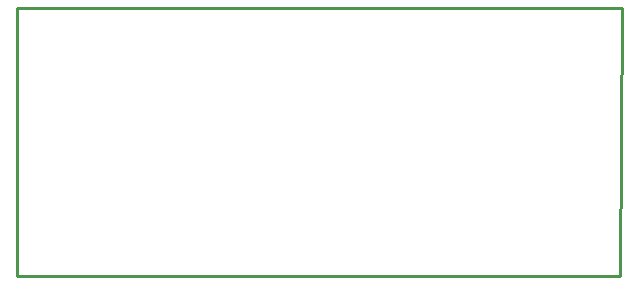
<source format=gbr>
G04 EAGLE Gerber RS-274X export*
G75*
%MOMM*%
%FSLAX34Y34*%
%LPD*%
%IN*%
%IPPOS*%
%AMOC8*
5,1,8,0,0,1.08239X$1,22.5*%
G01*
%ADD10C,0.254000*%


D10*
X258763Y28575D02*
X769813Y28575D01*
X771400Y255488D01*
X258763Y255488D01*
X258763Y28575D01*
M02*

</source>
